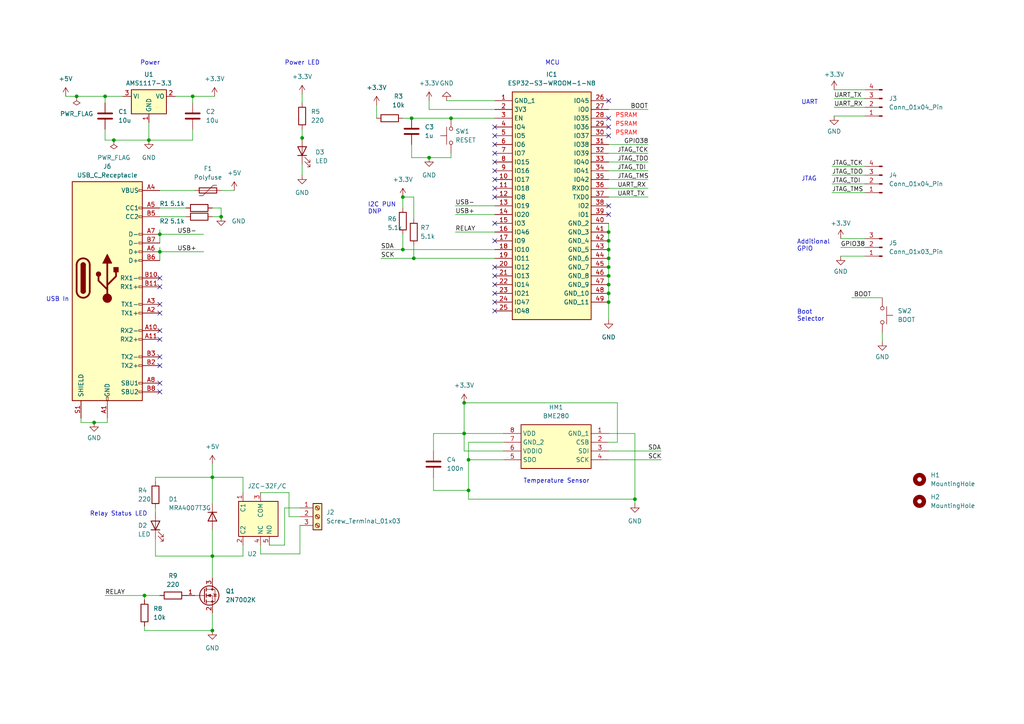
<source format=kicad_sch>
(kicad_sch (version 20230121) (generator eeschema)
  (paper "A4")
  (title_block (title "Clima Termostato") (date "2023-10-22") (rev "0") (company "Edoardo Fullin"))
  (lib_symbols
    (symbol "BME280:BME280"
      (property "Reference" "HM" (at 26.67 7.62 0))
      (property "Value" "BME280" (at 26.67 5.08 0))
      (symbol "BME280_1_1"
        (rectangle (start 5.08 2.54) (end 25.4 -10.16) (stroke (width 0.254)) (fill (type background)))
        (pin power_in line (at 30.48 0 180) (length 5.08) (name "GND_1") (number "1"))
        (pin input line (at 30.48 -2.54 180) (length 5.08) (name "CSB") (number "2"))
        (pin passive line (at 30.48 -5.08 180) (length 5.08) (name "SDI") (number "3"))
        (pin passive line (at 30.48 -7.62 180) (length 5.08) (name "SCK") (number "4"))
        (pin passive line (at 0 -7.62 0) (length 5.08) (name "SDO") (number "5"))
        (pin power_in line (at 0 -5.08 0) (length 5.08) (name "VDDIO") (number "6"))
        (pin power_in line (at 0 -2.54 0) (length 5.08) (name "GND_2") (number "7"))
        (pin power_in line (at 0 0 0) (length 5.08) (name "VDD") (number "8"))
      )
    )
    (symbol "Connector:Conn_01x03_Pin" (pin_names (offset 1.016) hide)
      (property "Reference" "J" (at 0 5.08 0))
      (property "Value" "Conn_01x03_Pin" (at 0 -5.08 0))
      (symbol "Conn_01x03_Pin_1_1"
        (polyline (pts (xy 1.27 -2.54) (xy 0.8636 -2.54)) (stroke (width 0.1524)))
        (polyline (pts (xy 1.27 0) (xy 0.8636 0)) (stroke (width 0.1524)))
        (polyline (pts (xy 1.27 2.54) (xy 0.8636 2.54)) (stroke (width 0.1524)))
        (rectangle (start 0.8636 -2.413) (end 0 -2.667) (stroke (width 0.1524)) (fill (type outline)))
        (rectangle (start 0.8636 0.127) (end 0 -0.127) (stroke (width 0.1524)) (fill (type outline)))
        (rectangle (start 0.8636 2.667) (end 0 2.413) (stroke (width 0.1524)) (fill (type outline)))
        (pin passive line (at 5.08 2.54 180) (length 3.81) (name "Pin_1") (number "1"))
        (pin passive line (at 5.08 0 180) (length 3.81) (name "Pin_2") (number "2"))
        (pin passive line (at 5.08 -2.54 180) (length 3.81) (name "Pin_3") (number "3"))
      )
    )
    (symbol "Connector:Conn_01x04_Pin" (pin_names (offset 1.016) hide)
      (property "Reference" "J" (at 0 5.08 0))
      (property "Value" "Conn_01x04_Pin" (at 0 -7.62 0))
      (symbol "Conn_01x04_Pin_1_1"
        (polyline (pts (xy 1.27 -5.08) (xy 0.8636 -5.08)) (stroke (width 0.1524)))
        (polyline (pts (xy 1.27 -2.54) (xy 0.8636 -2.54)) (stroke (width 0.1524)))
        (polyline (pts (xy 1.27 0) (xy 0.8636 0)) (stroke (width 0.1524)))
        (polyline (pts (xy 1.27 2.54) (xy 0.8636 2.54)) (stroke (width 0.1524)))
        (rectangle (start 0.8636 -4.953) (end 0 -5.207) (stroke (width 0.1524)) (fill (type outline)))
        (rectangle (start 0.8636 -2.413) (end 0 -2.667) (stroke (width 0.1524)) (fill (type outline)))
        (rectangle (start 0.8636 0.127) (end 0 -0.127) (stroke (width 0.1524)) (fill (type outline)))
        (rectangle (start 0.8636 2.667) (end 0 2.413) (stroke (width 0.1524)) (fill (type outline)))
        (pin passive line (at 5.08 2.54 180) (length 3.81) (name "Pin_1") (number "1"))
        (pin passive line (at 5.08 0 180) (length 3.81) (name "Pin_2") (number "2"))
        (pin passive line (at 5.08 -2.54 180) (length 3.81) (name "Pin_3") (number "3"))
        (pin passive line (at 5.08 -5.08 180) (length 3.81) (name "Pin_4") (number "4"))
      )
    )
    (symbol "Connector:Screw_Terminal_01x03" (pin_names (offset 1.016) hide)
      (property "Reference" "J" (at 0 5.08 0))
      (property "Value" "Screw_Terminal_01x03" (at 0 -5.08 0))
      (symbol "Screw_Terminal_01x03_1_1"
        (rectangle (start -1.27 3.81) (end 1.27 -3.81) (stroke (width 0.254)) (fill (type background)))
        (circle (center 0 -2.54) (radius 0.635) (stroke (width 0.1524)))
        (polyline (pts (xy -0.5334 -2.2098) (xy 0.3302 -3.048)) (stroke (width 0.1524)))
        (polyline (pts (xy -0.5334 0.3302) (xy 0.3302 -0.508)) (stroke (width 0.1524)))
        (polyline (pts (xy -0.5334 2.8702) (xy 0.3302 2.032)) (stroke (width 0.1524)))
        (polyline (pts (xy -0.3556 -2.032) (xy 0.508 -2.8702)) (stroke (width 0.1524)))
        (polyline (pts (xy -0.3556 0.508) (xy 0.508 -0.3302)) (stroke (width 0.1524)))
        (polyline (pts (xy -0.3556 3.048) (xy 0.508 2.2098)) (stroke (width 0.1524)))
        (circle (center 0 0) (radius 0.635) (stroke (width 0.1524)))
        (circle (center 0 2.54) (radius 0.635) (stroke (width 0.1524)))
        (pin passive line (at -5.08 2.54 0) (length 3.81) (name "Pin_1") (number "1"))
        (pin passive line (at -5.08 0 0) (length 3.81) (name "Pin_2") (number "2"))
        (pin passive line (at -5.08 -2.54 0) (length 3.81) (name "Pin_3") (number "3"))
      )
    )
    (symbol "Connector:USB_C_Receptacle" (pin_names (offset 1.016))
      (property "Reference" "J" (at -10.16 29.21 0))
      (property "Value" "USB_C_Receptacle" (at 10.16 29.21 0))
      (symbol "USB_C_Receptacle_0_0"
        (rectangle (start -0.254 -35.56) (end 0.254 -34.544))
        (rectangle (start 10.16 -32.766) (end 9.144 -33.274))
        (rectangle (start 10.16 -30.226) (end 9.144 -30.734))
        (rectangle (start 10.16 -25.146) (end 9.144 -25.654))
        (rectangle (start 10.16 -22.606) (end 9.144 -23.114))
        (rectangle (start 10.16 -17.526) (end 9.144 -18.034))
        (rectangle (start 10.16 -14.986) (end 9.144 -15.494))
        (rectangle (start 10.16 -9.906) (end 9.144 -10.414))
        (rectangle (start 10.16 -7.366) (end 9.144 -7.874))
        (rectangle (start 10.16 -2.286) (end 9.144 -2.794))
        (rectangle (start 10.16 0.254) (end 9.144 -0.254))
        (rectangle (start 10.16 5.334) (end 9.144 4.826))
        (rectangle (start 10.16 7.874) (end 9.144 7.366))
        (rectangle (start 10.16 10.414) (end 9.144 9.906))
        (rectangle (start 10.16 12.954) (end 9.144 12.446))
        (rectangle (start 10.16 18.034) (end 9.144 17.526))
        (rectangle (start 10.16 20.574) (end 9.144 20.066))
        (rectangle (start 10.16 25.654) (end 9.144 25.146))
      )
      (symbol "USB_C_Receptacle_0_1"
        (rectangle (start -10.16 27.94) (end 10.16 -35.56) (stroke (width 0.254)) (fill (type background)))
        (arc (start -8.89 -3.81) (mid -6.985 -5.7067) (end -5.08 -3.81) (stroke (width 0.508)))
        (arc (start -7.62 -3.81) (mid -6.985 -4.4423) (end -6.35 -3.81) (stroke (width 0.254)))
        (arc (start -7.62 -3.81) (mid -6.985 -4.4423) (end -6.35 -3.81) (stroke (width 0.254)) (fill (type outline)))
        (rectangle (start -7.62 -3.81) (end -6.35 3.81) (stroke (width 0.254)) (fill (type outline)))
        (arc (start -6.35 3.81) (mid -6.985 4.4423) (end -7.62 3.81) (stroke (width 0.254)))
        (arc (start -6.35 3.81) (mid -6.985 4.4423) (end -7.62 3.81) (stroke (width 0.254)) (fill (type outline)))
        (arc (start -5.08 3.81) (mid -6.985 5.7067) (end -8.89 3.81) (stroke (width 0.508)))
        (polyline (pts (xy -8.89 -3.81) (xy -8.89 3.81)) (stroke (width 0.508)))
        (polyline (pts (xy -5.08 3.81) (xy -5.08 -3.81)) (stroke (width 0.508)))
      )
      (symbol "USB_C_Receptacle_1_1"
        (circle (center -2.54 1.143) (radius 0.635) (stroke (width 0.254)) (fill (type outline)))
        (circle (center 0 -5.842) (radius 1.27) (fill (type outline)))
        (polyline (pts (xy 0 -5.842) (xy 0 4.318)) (stroke (width 0.508)))
        (polyline (pts (xy 0 -3.302) (xy -2.54 -0.762) (xy -2.54 0.508)) (stroke (width 0.508)))
        (polyline (pts (xy 0 -2.032) (xy 2.54 0.508) (xy 2.54 1.778)) (stroke (width 0.508)))
        (polyline (pts (xy -1.27 4.318) (xy 0 6.858) (xy 1.27 4.318) (xy -1.27 4.318)) (stroke (width 0.254)) (fill (type outline)))
        (rectangle (start 1.905 1.778) (end 3.175 3.048) (stroke (width 0.254)) (fill (type outline)))
        (pin passive line (at 0 -40.64 90) (length 5.08) (name "GND") (number "A1"))
        (pin bidirectional line (at 15.24 -15.24 180) (length 5.08) (name "RX2-") (number "A10"))
        (pin bidirectional line (at 15.24 -17.78 180) (length 5.08) (name "RX2+") (number "A11"))
        (pin passive line (at 0 -40.64 90) (length 5.08) hide (name "GND") (number "A12"))
        (pin bidirectional line (at 15.24 -10.16 180) (length 5.08) (name "TX1+") (number "A2"))
        (pin bidirectional line (at 15.24 -7.62 180) (length 5.08) (name "TX1-") (number "A3"))
        (pin passive line (at 15.24 25.4 180) (length 5.08) (name "VBUS") (number "A4"))
        (pin bidirectional line (at 15.24 20.32 180) (length 5.08) (name "CC1") (number "A5"))
        (pin bidirectional line (at 15.24 7.62 180) (length 5.08) (name "D+") (number "A6"))
        (pin bidirectional line (at 15.24 12.7 180) (length 5.08) (name "D-") (number "A7"))
        (pin bidirectional line (at 15.24 -30.48 180) (length 5.08) (name "SBU1") (number "A8"))
        (pin passive line (at 15.24 25.4 180) (length 5.08) hide (name "VBUS") (number "A9"))
        (pin passive line (at 0 -40.64 90) (length 5.08) hide (name "GND") (number "B1"))
        (pin bidirectional line (at 15.24 0 180) (length 5.08) (name "RX1-") (number "B10"))
        (pin bidirectional line (at 15.24 -2.54 180) (length 5.08) (name "RX1+") (number "B11"))
        (pin passive line (at 0 -40.64 90) (length 5.08) hide (name "GND") (number "B12"))
        (pin bidirectional line (at 15.24 -25.4 180) (length 5.08) (name "TX2+") (number "B2"))
        (pin bidirectional line (at 15.24 -22.86 180) (length 5.08) (name "TX2-") (number "B3"))
        (pin passive line (at 15.24 25.4 180) (length 5.08) hide (name "VBUS") (number "B4"))
        (pin bidirectional line (at 15.24 17.78 180) (length 5.08) (name "CC2") (number "B5"))
        (pin bidirectional line (at 15.24 5.08 180) (length 5.08) (name "D+") (number "B6"))
        (pin bidirectional line (at 15.24 10.16 180) (length 5.08) (name "D-") (number "B7"))
        (pin bidirectional line (at 15.24 -33.02 180) (length 5.08) (name "SBU2") (number "B8"))
        (pin passive line (at 15.24 25.4 180) (length 5.08) hide (name "VBUS") (number "B9"))
        (pin passive line (at -7.62 -40.64 90) (length 5.08) (name "SHIELD") (number "S1"))
      )
    )
    (symbol "Device:C" (pin_numbers hide) (pin_names (offset 0.254))
      (property "Reference" "C" (at 0.635 2.54 0))
      (property "Value" "C" (at 0.635 -2.54 0))
      (symbol "C_0_1"
        (polyline (pts (xy -2.032 -0.762) (xy 2.032 -0.762)) (stroke (width 0.508)))
        (polyline (pts (xy -2.032 0.762) (xy 2.032 0.762)) (stroke (width 0.508)))
      )
      (symbol "C_1_1"
        (pin passive line (at 0 3.81 270) (length 2.794) (name "~") (number "1"))
        (pin passive line (at 0 -3.81 90) (length 2.794) (name "~") (number "2"))
      )
    )
    (symbol "Device:LED" (pin_numbers hide) (pin_names (offset 1.016) hide)
      (property "Reference" "D" (at 0 2.54 0))
      (property "Value" "LED" (at 0 -2.54 0))
      (symbol "LED_0_1"
        (polyline (pts (xy -1.27 -1.27) (xy -1.27 1.27)) (stroke (width 0.254)))
        (polyline (pts (xy -1.27 0) (xy 1.27 0)))
        (polyline (pts (xy 1.27 -1.27) (xy 1.27 1.27) (xy -1.27 0) (xy 1.27 -1.27)) (stroke (width 0.254)))
        (polyline (pts (xy -3.048 -0.762) (xy -4.572 -2.286) (xy -3.81 -2.286) (xy -4.572 -2.286) (xy -4.572 -1.524)))
        (polyline (pts (xy -1.778 -0.762) (xy -3.302 -2.286) (xy -2.54 -2.286) (xy -3.302 -2.286) (xy -3.302 -1.524)))
      )
      (symbol "LED_1_1"
        (pin passive line (at -3.81 0 0) (length 2.54) (name "K") (number "1"))
        (pin passive line (at 3.81 0 180) (length 2.54) (name "A") (number "2"))
      )
    )
    (symbol "Device:Polyfuse" (pin_numbers hide) (pin_names (offset 0))
      (property "Reference" "F" (at -2.54 0 90))
      (property "Value" "Polyfuse" (at 2.54 0 90))
      (symbol "Polyfuse_0_1"
        (rectangle (start -0.762 2.54) (end 0.762 -2.54) (stroke (width 0.254)))
        (polyline (pts (xy 0 2.54) (xy 0 -2.54)))
        (polyline (pts (xy -1.524 2.54) (xy -1.524 1.524) (xy 1.524 -1.524) (xy 1.524 -2.54)))
      )
      (symbol "Polyfuse_1_1"
        (pin passive line (at 0 3.81 270) (length 1.27) (name "~") (number "1"))
        (pin passive line (at 0 -3.81 90) (length 1.27) (name "~") (number "2"))
      )
    )
    (symbol "Device:R" (pin_numbers hide) (pin_names (offset 0))
      (property "Reference" "R" (at 2.032 0 90))
      (property "Value" "R" (at 0 0 90))
      (symbol "R_0_1"
        (rectangle (start -1.016 -2.54) (end 1.016 2.54) (stroke (width 0.254)))
      )
      (symbol "R_1_1"
        (pin passive line (at 0 3.81 270) (length 1.27) (name "~") (number "1"))
        (pin passive line (at 0 -3.81 90) (length 1.27) (name "~") (number "2"))
      )
    )
    (symbol "Diode:MRA4007T3G" (pin_numbers hide) (pin_names hide)
      (property "Reference" "D" (at 0 2.54 0))
      (property "Value" "MRA4007T3G" (at 0 -2.54 0))
      (symbol "MRA4007T3G_0_1"
        (polyline (pts (xy -1.27 1.27) (xy -1.27 -1.27)) (stroke (width 0.254)))
        (polyline (pts (xy 1.27 0) (xy -1.27 0)))
        (polyline (pts (xy 1.27 1.27) (xy 1.27 -1.27) (xy -1.27 0) (xy 1.27 1.27)) (stroke (width 0.254)))
      )
      (symbol "MRA4007T3G_1_1"
        (pin passive line (at -3.81 0 0) (length 2.54) (name "K") (number "1"))
        (pin passive line (at 3.81 0 180) (length 2.54) (name "A") (number "2"))
      )
    )
    (symbol "ESP32-S3-WROOM-1-N8R8:ESP32-S3-WROOM-1-N8R8"
      (property "Reference" "IC" (at 29.21 7.62 0))
      (property "Value" "ESP32-S3-WROOM-1-N8R8" (at 29.21 5.08 0))
      (symbol "ESP32-S3-WROOM-1-N8R8_1_1"
        (rectangle (start 5.08 2.54) (end 27.94 -63.5) (stroke (width 0.254)) (fill (type background)))
        (pin passive line (at 0 0 0) (length 5.08) (name "GND_1") (number "1"))
        (pin passive line (at 0 -22.86 0) (length 5.08) (name "IO17") (number "10"))
        (pin passive line (at 0 -25.4 0) (length 5.08) (name "IO18") (number "11"))
        (pin passive line (at 0 -27.94 0) (length 5.08) (name "IO8") (number "12"))
        (pin passive line (at 0 -30.48 0) (length 5.08) (name "IO19") (number "13"))
        (pin passive line (at 0 -33.02 0) (length 5.08) (name "IO20") (number "14"))
        (pin passive line (at 0 -35.56 0) (length 5.08) (name "IO3") (number "15"))
        (pin passive line (at 0 -38.1 0) (length 5.08) (name "IO46") (number "16"))
        (pin passive line (at 0 -40.64 0) (length 5.08) (name "IO9") (number "17"))
        (pin passive line (at 0 -43.18 0) (length 5.08) (name "IO10") (number "18"))
        (pin passive line (at 0 -45.72 0) (length 5.08) (name "IO11") (number "19"))
        (pin passive line (at 0 -2.54 0) (length 5.08) (name "3V3") (number "2"))
        (pin passive line (at 0 -48.26 0) (length 5.08) (name "IO12") (number "20"))
        (pin passive line (at 0 -50.8 0) (length 5.08) (name "IO13") (number "21"))
        (pin passive line (at 0 -53.34 0) (length 5.08) (name "IO14") (number "22"))
        (pin passive line (at 0 -55.88 0) (length 5.08) (name "IO21") (number "23"))
        (pin passive line (at 0 -58.42 0) (length 5.08) (name "IO47") (number "24"))
        (pin passive line (at 0 -60.96 0) (length 5.08) (name "IO48") (number "25"))
        (pin passive line (at 33.02 0 180) (length 5.08) (name "IO45") (number "26"))
        (pin passive line (at 33.02 -2.54 180) (length 5.08) (name "IO0") (number "27"))
        (pin passive line (at 33.02 -5.08 180) (length 5.08) (name "IO35") (number "28"))
        (pin passive line (at 33.02 -7.62 180) (length 5.08) (name "IO36") (number "29"))
        (pin passive line (at 0 -5.08 0) (length 5.08) (name "EN") (number "3"))
        (pin passive line (at 33.02 -10.16 180) (length 5.08) (name "IO37") (number "30"))
        (pin passive line (at 33.02 -12.7 180) (length 5.08) (name "IO38") (number "31"))
        (pin passive line (at 33.02 -15.24 180) (length 5.08) (name "IO39") (number "32"))
        (pin passive line (at 33.02 -17.78 180) (length 5.08) (name "IO40") (number "33"))
        (pin passive line (at 33.02 -20.32 180) (length 5.08) (name "IO41") (number "34"))
        (pin passive line (at 33.02 -22.86 180) (length 5.08) (name "IO42") (number "35"))
        (pin passive line (at 33.02 -25.4 180) (length 5.08) (name "RXD0") (number "36"))
        (pin passive line (at 33.02 -27.94 180) (length 5.08) (name "TXD0") (number "37"))
        (pin passive line (at 33.02 -30.48 180) (length 5.08) (name "IO2") (number "38"))
        (pin passive line (at 33.02 -33.02 180) (length 5.08) (name "IO1") (number "39"))
        (pin passive line (at 0 -7.62 0) (length 5.08) (name "IO4") (number "4"))
        (pin passive line (at 33.02 -35.56 180) (length 5.08) (name "GND_2") (number "40"))
        (pin passive line (at 33.02 -38.1 180) (length 5.08) (name "GND_3") (number "41"))
        (pin passive line (at 33.02 -40.64 180) (length 5.08) (name "GND_4") (number "42"))
        (pin passive line (at 33.02 -43.18 180) (length 5.08) (name "GND_5") (number "43"))
        (pin passive line (at 33.02 -45.72 180) (length 5.08) (name "GND_6") (number "44"))
        (pin passive line (at 33.02 -48.26 180) (length 5.08) (name "GND_7") (number "45"))
        (pin passive line (at 33.02 -50.8 180) (length 5.08) (name "GND_8") (number "46"))
        (pin passive line (at 33.02 -53.34 180) (length 5.08) (name "GND_9") (number "47"))
        (pin passive line (at 33.02 -55.88 180) (length 5.08) (name "GND_10") (number "48"))
        (pin passive line (at 33.02 -58.42 180) (length 5.08) (name "GND_11") (number "49"))
        (pin passive line (at 0 -10.16 0) (length 5.08) (name "IO5") (number "5"))
        (pin passive line (at 0 -12.7 0) (length 5.08) (name "IO6") (number "6"))
        (pin passive line (at 0 -15.24 0) (length 5.08) (name "IO7") (number "7"))
        (pin passive line (at 0 -17.78 0) (length 5.08) (name "IO15") (number "8"))
        (pin passive line (at 0 -20.32 0) (length 5.08) (name "IO16") (number "9"))
      )
    )
    (symbol "JZC-32F:JZC-32F/C"
      (property "Reference" "U" (at 5.08 19.05 0))
      (property "Value" "JZC-32F/C" (at 5.08 16.51 0))
      (symbol "JZC-32F/C_1_1"
        (rectangle (start 2.54 3.81) (end 13.97 -6.35) (stroke (width 0.254)) (fill (type background)))
        (pin passive line (at 3.81 6.35 270) (length 2.54) (name "C1") (number "1"))
        (pin passive line (at 3.81 -8.89 90) (length 2.54) (name "C2") (number "2"))
        (pin passive line (at 8.89 6.35 270) (length 2.54) (name "COM") (number "3"))
        (pin passive line (at 8.89 -8.89 90) (length 2.54) (name "NC") (number "4"))
        (pin passive line (at 11.43 -8.89 90) (length 2.54) (name "NO") (number "5"))
      )
    )
    (symbol "Mechanical:MountingHole" (pin_names (offset 1.016))
      (property "Reference" "H" (at 0 5.08 0))
      (property "Value" "MountingHole" (at 0 3.175 0))
      (symbol "MountingHole_0_1"
        (circle (center 0 0) (radius 1.27) (stroke (width 1.27)))
      )
    )
    (symbol "Regulator_Linear:AMS1117-3.3"
      (property "Reference" "U" (at -3.81 3.175 0))
      (property "Value" "AMS1117-3.3" (at 0 3.175 0))
      (symbol "AMS1117-3.3_0_1"
        (rectangle (start -5.08 -5.08) (end 5.08 1.905) (stroke (width 0.254)) (fill (type background)))
      )
      (symbol "AMS1117-3.3_1_1"
        (pin power_in line (at 0 -7.62 90) (length 2.54) (name "GND") (number "1"))
        (pin power_out line (at 7.62 0 180) (length 2.54) (name "VO") (number "2"))
        (pin power_in line (at -7.62 0 0) (length 2.54) (name "VI") (number "3"))
      )
    )
    (symbol "Switch:SW_Push" (pin_numbers hide) (pin_names (offset 1.016) hide)
      (property "Reference" "SW" (at 1.27 2.54 0))
      (property "Value" "SW_Push" (at 0 -1.524 0))
      (symbol "SW_Push_0_1"
        (circle (center -2.032 0) (radius 0.508))
        (polyline (pts (xy 0 1.27) (xy 0 3.048)))
        (polyline (pts (xy 2.54 1.27) (xy -2.54 1.27)))
        (circle (center 2.032 0) (radius 0.508))
        (pin passive line (at -5.08 0 0) (length 2.54) (name "1") (number "1"))
        (pin passive line (at 5.08 0 180) (length 2.54) (name "2") (number "2"))
      )
    )
    (symbol "Transistor_FET:2N7002K" (pin_names hide)
      (property "Reference" "Q" (at 5.08 1.905 0))
      (property "Value" "2N7002K" (at 5.08 0 0))
      (symbol "2N7002K_0_1"
        (polyline (pts (xy 0.254 0) (xy -2.54 0)))
        (polyline (pts (xy 0.254 1.905) (xy 0.254 -1.905)) (stroke (width 0.254)))
        (polyline (pts (xy 0.762 -1.27) (xy 0.762 -2.286)) (stroke (width 0.254)))
        (polyline (pts (xy 0.762 0.508) (xy 0.762 -0.508)) (stroke (width 0.254)))
        (polyline (pts (xy 0.762 2.286) (xy 0.762 1.27)) (stroke (width 0.254)))
        (polyline (pts (xy 2.54 2.54) (xy 2.54 1.778)))
        (polyline (pts (xy 2.54 -2.54) (xy 2.54 0) (xy 0.762 0)))
        (polyline (pts (xy 0.762 -1.778) (xy 3.302 -1.778) (xy 3.302 1.778) (xy 0.762 1.778)))
        (polyline (pts (xy 1.016 0) (xy 2.032 0.381) (xy 2.032 -0.381) (xy 1.016 0)) (fill (type outline)))
        (polyline (pts (xy 2.794 0.508) (xy 2.921 0.381) (xy 3.683 0.381) (xy 3.81 0.254)))
        (polyline (pts (xy 3.302 0.381) (xy 2.921 -0.254) (xy 3.683 -0.254) (xy 3.302 0.381)))
        (circle (center 1.651 0) (radius 2.794) (stroke (width 0.254)))
        (circle (center 2.54 -1.778) (radius 0.254) (fill (type outline)))
        (circle (center 2.54 1.778) (radius 0.254) (fill (type outline)))
      )
      (symbol "2N7002K_1_1"
        (pin input line (at -5.08 0 0) (length 2.54) (name "G") (number "1"))
        (pin passive line (at 2.54 -5.08 90) (length 2.54) (name "S") (number "2"))
        (pin passive line (at 2.54 5.08 270) (length 2.54) (name "D") (number "3"))
      )
    )
    (symbol "power:+3.3V" (power) (pin_names (offset 0))
      (property "Value" "+3.3V" (at 0 3.556 0))
      (symbol "+3.3V_0_1"
        (polyline (pts (xy -0.762 1.27) (xy 0 2.54)))
        (polyline (pts (xy 0 0) (xy 0 2.54)))
        (polyline (pts (xy 0 2.54) (xy 0.762 1.27)))
      )
      (symbol "+3.3V_1_1"
        (pin power_in line (at 0 0 90) (length 0) hide (name "+3.3V") (number "1"))
      )
    )
    (symbol "power:+5V" (power) (pin_names (offset 0))
      (property "Value" "+5V" (at 0 3.556 0))
      (symbol "+5V_0_1"
        (polyline (pts (xy -0.762 1.27) (xy 0 2.54)))
        (polyline (pts (xy 0 0) (xy 0 2.54)))
        (polyline (pts (xy 0 2.54) (xy 0.762 1.27)))
      )
      (symbol "+5V_1_1"
        (pin power_in line (at 0 0 90) (length 0) hide (name "+5V") (number "1"))
      )
    )
    (symbol "power:GND" (power) (pin_names (offset 0))
      (property "Value" "GND" (at 0 -3.81 0))
      (symbol "GND_0_1"
        (polyline (pts (xy 0 0) (xy 0 -1.27) (xy 1.27 -1.27) (xy 0 -2.54) (xy -1.27 -1.27) (xy 0 -1.27)))
      )
      (symbol "GND_1_1"
        (pin power_in line (at 0 0 270) (length 0) hide (name "GND") (number "1"))
      )
    )
    (symbol "power:PWR_FLAG" (power) (pin_numbers hide) (pin_names (offset 0) hide)
      (property "Value" "PWR_FLAG" (at 0 3.81 0))
      (symbol "PWR_FLAG_0_0"
        (pin power_out line (at 0 0 90) (length 0) (name "pwr") (number "1"))
      )
      (symbol "PWR_FLAG_0_1"
        (polyline (pts (xy 0 0) (xy 0 1.27) (xy -1.016 1.905) (xy 0 2.54) (xy 1.016 1.905) (xy 0 1.27)))
      )
    )
  )
  (junction (at 135.89 133.35))
  (junction (at 33.02 40.64))
  (junction (at 176.53 80.01))
  (junction (at 27.305 122.555))
  (junction (at 134.62 116.84))
  (junction (at 176.53 82.55))
  (junction (at 135.89 142.24))
  (junction (at 134.62 125.73))
  (junction (at 130.81 34.29))
  (junction (at 87.63 40.005))
  (junction (at 176.53 67.31))
  (junction (at 176.53 77.47))
  (junction (at 120.015 74.93))
  (junction (at 116.84 57.15))
  (junction (at 61.595 161.29))
  (junction (at 64.135 62.865))
  (junction (at 176.53 72.39))
  (junction (at 46.355 73.025))
  (junction (at 61.595 138.43))
  (junction (at 176.53 87.63))
  (junction (at 30.48 27.94))
  (junction (at 22.225 27.94))
  (junction (at 176.53 69.85))
  (junction (at 119.38 34.29))
  (junction (at 43.18 40.64))
  (junction (at 46.355 67.945))
  (junction (at 41.91 172.72))
  (junction (at 124.46 45.72))
  (junction (at 55.88 27.94))
  (junction (at 184.15 144.78))
  (junction (at 176.53 85.09))
  (junction (at 116.84 72.39))
  (junction (at 176.53 74.93))
  (junction (at 61.595 182.88))
  (no_connect (at 143.51 41.91))
  (no_connect (at 143.51 82.55))
  (no_connect (at 143.51 39.37))
  (no_connect (at 143.51 87.63))
  (no_connect (at 46.355 95.885))
  (no_connect (at 143.51 77.47))
  (no_connect (at 46.355 90.805))
  (no_connect (at 176.53 39.37))
  (no_connect (at 46.355 88.265))
  (no_connect (at 143.51 44.45))
  (no_connect (at 46.355 80.645))
  (no_connect (at 143.51 85.09))
  (no_connect (at 46.355 103.505))
  (no_connect (at 143.51 64.77))
  (no_connect (at 46.355 111.125))
  (no_connect (at 143.51 46.99))
  (no_connect (at 143.51 90.17))
  (no_connect (at 46.355 113.665))
  (no_connect (at 176.53 29.21))
  (no_connect (at 176.53 34.29))
  (no_connect (at 176.53 62.23))
  (no_connect (at 46.355 98.425))
  (no_connect (at 46.355 106.045))
  (no_connect (at 143.51 80.01))
  (no_connect (at 176.53 59.69))
  (no_connect (at 143.51 49.53))
  (no_connect (at 143.51 54.61))
  (no_connect (at 143.51 69.85))
  (no_connect (at 143.51 52.07))
  (no_connect (at 143.51 36.83))
  (no_connect (at 46.355 83.185))
  (no_connect (at 143.51 57.15))
  (no_connect (at 176.53 36.83))
  (wire (pts (xy 22.225 27.94) (xy 30.48 27.94)))
  (wire (pts (xy 61.595 177.8) (xy 61.595 182.88)))
  (wire (pts (xy 129.54 29.21) (xy 143.51 29.21)))
  (wire (pts (xy 110.49 74.93) (xy 120.015 74.93)))
  (wire (pts (xy 120.015 74.93) (xy 143.51 74.93)))
  (wire (pts (xy 64.135 55.245) (xy 67.945 55.245)))
  (wire (pts (xy 132.08 62.23) (xy 143.51 62.23)))
  (wire (pts (xy 130.81 34.29) (xy 143.51 34.29)))
  (wire (pts (xy 19.05 27.94) (xy 22.225 27.94)))
  (wire (pts (xy 41.91 172.72) (xy 46.355 172.72)))
  (wire (pts (xy 41.91 172.72) (xy 41.91 173.99)))
  (wire (pts (xy 243.84 69.215) (xy 250.825 69.215)))
  (wire (pts (xy 55.88 29.845) (xy 55.88 27.94)))
  (wire (pts (xy 86.995 152.4) (xy 86.995 160.655)))
  (wire (pts (xy 176.53 64.77) (xy 176.53 67.31)))
  (wire (pts (xy 30.48 27.94) (xy 30.48 29.845)))
  (wire (pts (xy 45.085 139.7) (xy 45.085 138.43)))
  (wire (pts (xy 46.355 62.865) (xy 53.975 62.865)))
  (wire (pts (xy 46.355 71.755) (xy 46.355 73.025)))
  (wire (pts (xy 241.3 53.34) (xy 250.825 53.34)))
  (wire (pts (xy 176.53 69.85) (xy 176.53 72.39)))
  (wire (pts (xy 87.63 27.305) (xy 87.63 29.845)))
  (wire (pts (xy 241.3 50.8) (xy 250.825 50.8)))
  (wire (pts (xy 120.015 71.12) (xy 120.015 74.93)))
  (wire (pts (xy 176.53 46.99) (xy 187.96 46.99)))
  (wire (pts (xy 116.84 67.945) (xy 116.84 72.39)))
  (wire (pts (xy 247.015 86.36) (xy 255.905 86.36)))
  (wire (pts (xy 82.55 158.115) (xy 82.55 147.32)))
  (wire (pts (xy 241.935 33.655) (xy 250.825 33.655)))
  (wire (pts (xy 176.53 52.07) (xy 187.96 52.07)))
  (wire (pts (xy 120.015 63.5) (xy 120.015 57.15)))
  (wire (pts (xy 82.55 147.32) (xy 86.995 147.32)))
  (wire (pts (xy 135.89 128.27) (xy 135.89 133.35)))
  (wire (pts (xy 41.91 182.88) (xy 41.91 181.61)))
  (wire (pts (xy 179.07 116.84) (xy 134.62 116.84)))
  (wire (pts (xy 110.49 72.39) (xy 116.84 72.39)))
  (wire (pts (xy 132.08 59.69) (xy 143.51 59.69)))
  (wire (pts (xy 61.595 161.29) (xy 70.485 161.29)))
  (wire (pts (xy 241.935 26.035) (xy 250.825 26.035)))
  (wire (pts (xy 135.89 133.35) (xy 135.89 142.24)))
  (wire (pts (xy 146.05 130.81) (xy 134.62 130.81)))
  (wire (pts (xy 119.38 41.91) (xy 119.38 45.72)))
  (wire (pts (xy 87.63 47.625) (xy 87.63 50.8)))
  (wire (pts (xy 176.53 77.47) (xy 176.53 80.01)))
  (wire (pts (xy 176.53 87.63) (xy 176.53 92.71)))
  (wire (pts (xy 46.355 73.025) (xy 59.055 73.025)))
  (wire (pts (xy 176.53 57.15) (xy 187.96 57.15)))
  (wire (pts (xy 23.495 121.285) (xy 23.495 122.555)))
  (wire (pts (xy 61.595 138.43) (xy 61.595 146.05)))
  (wire (pts (xy 176.53 31.75) (xy 187.96 31.75)))
  (wire (pts (xy 116.84 72.39) (xy 143.51 72.39)))
  (wire (pts (xy 61.595 62.865) (xy 64.135 62.865)))
  (wire (pts (xy 70.485 138.43) (xy 61.595 138.43)))
  (wire (pts (xy 116.84 57.15) (xy 116.84 60.325)))
  (wire (pts (xy 120.015 57.15) (xy 116.84 57.15)))
  (wire (pts (xy 143.51 31.75) (xy 124.46 31.75)))
  (wire (pts (xy 119.38 45.72) (xy 124.46 45.72)))
  (wire (pts (xy 43.18 35.56) (xy 43.18 40.64)))
  (wire (pts (xy 176.53 74.93) (xy 176.53 77.47)))
  (wire (pts (xy 46.355 67.945) (xy 59.055 67.945)))
  (wire (pts (xy 50.8 27.94) (xy 55.88 27.94)))
  (wire (pts (xy 86.995 149.86) (xy 83.82 149.86)))
  (wire (pts (xy 31.115 122.555) (xy 31.115 121.285)))
  (wire (pts (xy 124.46 45.72) (xy 130.81 45.72)))
  (wire (pts (xy 83.82 149.86) (xy 83.82 142.875)))
  (wire (pts (xy 46.355 60.325) (xy 53.975 60.325)))
  (wire (pts (xy 70.485 158.115) (xy 70.485 161.29)))
  (wire (pts (xy 135.89 133.35) (xy 146.05 133.35)))
  (wire (pts (xy 46.355 67.945) (xy 46.355 70.485)))
  (wire (pts (xy 45.085 161.29) (xy 61.595 161.29)))
  (wire (pts (xy 86.995 160.655) (xy 75.565 160.655)))
  (wire (pts (xy 30.48 172.72) (xy 41.91 172.72)))
  (wire (pts (xy 176.53 82.55) (xy 176.53 85.09)))
  (wire (pts (xy 134.62 130.81) (xy 134.62 125.73)))
  (wire (pts (xy 179.07 116.84) (xy 179.07 128.27)))
  (wire (pts (xy 75.565 160.655) (xy 75.565 158.115)))
  (wire (pts (xy 243.84 74.295) (xy 250.825 74.295)))
  (wire (pts (xy 55.88 37.465) (xy 55.88 40.64)))
  (wire (pts (xy 176.53 133.35) (xy 191.77 133.35)))
  (wire (pts (xy 70.485 142.875) (xy 70.485 138.43)))
  (wire (pts (xy 135.89 142.24) (xy 135.89 144.78)))
  (wire (pts (xy 30.48 37.465) (xy 30.48 40.64)))
  (wire (pts (xy 64.135 60.325) (xy 64.135 62.865)))
  (wire (pts (xy 30.48 27.94) (xy 35.56 27.94)))
  (wire (pts (xy 23.495 122.555) (xy 27.305 122.555)))
  (wire (pts (xy 176.53 54.61) (xy 187.96 54.61)))
  (wire (pts (xy 125.73 138.43) (xy 125.73 142.24)))
  (wire (pts (xy 146.05 128.27) (xy 135.89 128.27)))
  (wire (pts (xy 176.53 67.31) (xy 176.53 69.85)))
  (wire (pts (xy 134.62 125.73) (xy 134.62 116.84)))
  (wire (pts (xy 243.84 71.755) (xy 250.825 71.755)))
  (wire (pts (xy 45.085 156.21) (xy 45.085 161.29)))
  (wire (pts (xy 78.105 158.115) (xy 82.55 158.115)))
  (wire (pts (xy 46.355 66.675) (xy 46.355 67.945)))
  (wire (pts (xy 241.935 31.115) (xy 250.825 31.115)))
  (wire (pts (xy 27.305 122.555) (xy 31.115 122.555)))
  (wire (pts (xy 125.73 125.73) (xy 125.73 130.81)))
  (wire (pts (xy 146.05 125.73) (xy 134.62 125.73)))
  (wire (pts (xy 61.595 161.29) (xy 61.595 153.67)))
  (wire (pts (xy 61.595 134.62) (xy 61.595 138.43)))
  (wire (pts (xy 61.595 182.88) (xy 41.91 182.88)))
  (wire (pts (xy 55.88 27.94) (xy 62.23 27.94)))
  (wire (pts (xy 241.3 48.26) (xy 250.825 48.26)))
  (wire (pts (xy 176.53 44.45) (xy 187.96 44.45)))
  (wire (pts (xy 176.53 130.81) (xy 191.77 130.81)))
  (wire (pts (xy 176.53 72.39) (xy 176.53 74.93)))
  (wire (pts (xy 87.63 37.465) (xy 87.63 40.005)))
  (wire (pts (xy 45.085 147.32) (xy 45.085 148.59)))
  (wire (pts (xy 61.595 60.325) (xy 64.135 60.325)))
  (wire (pts (xy 176.53 80.01) (xy 176.53 82.55)))
  (wire (pts (xy 241.3 55.88) (xy 250.825 55.88)))
  (wire (pts (xy 55.88 40.64) (xy 43.18 40.64)))
  (wire (pts (xy 124.46 31.75) (xy 124.46 29.21)))
  (wire (pts (xy 241.935 28.575) (xy 250.825 28.575)))
  (wire (pts (xy 33.02 40.64) (xy 43.18 40.64)))
  (wire (pts (xy 135.89 144.78) (xy 184.15 144.78)))
  (wire (pts (xy 184.15 144.78) (xy 184.15 146.05)))
  (wire (pts (xy 176.53 125.73) (xy 184.15 125.73)))
  (wire (pts (xy 184.15 125.73) (xy 184.15 144.78)))
  (wire (pts (xy 134.62 125.73) (xy 125.73 125.73)))
  (wire (pts (xy 61.595 161.29) (xy 61.595 167.64)))
  (wire (pts (xy 83.82 142.875) (xy 75.565 142.875)))
  (wire (pts (xy 176.53 49.53) (xy 187.96 49.53)))
  (wire (pts (xy 45.085 138.43) (xy 61.595 138.43)))
  (wire (pts (xy 119.38 34.29) (xy 130.81 34.29)))
  (wire (pts (xy 46.355 55.245) (xy 56.515 55.245)))
  (wire (pts (xy 87.63 40.005) (xy 87.63 40.64)))
  (wire (pts (xy 46.355 73.025) (xy 46.355 75.565)))
  (wire (pts (xy 176.53 85.09) (xy 176.53 87.63)))
  (wire (pts (xy 30.48 40.64) (xy 33.02 40.64)))
  (wire (pts (xy 125.73 142.24) (xy 135.89 142.24)))
  (wire (pts (xy 132.08 67.31) (xy 143.51 67.31)))
  (wire (pts (xy 109.22 30.48) (xy 109.22 34.29)))
  (wire (pts (xy 255.905 96.52) (xy 255.905 99.06)))
  (wire (pts (xy 179.07 128.27) (xy 176.53 128.27)))
  (wire (pts (xy 116.84 34.29) (xy 119.38 34.29)))
  (wire (pts (xy 130.81 45.72) (xy 130.81 44.45)))
  (wire (pts (xy 176.53 41.91) (xy 187.96 41.91)))
  (text "MCU" (at 158.115 19.05 0) (effects (font (size 1.27 1.27)) (justify left bottom)))
  (text "I2C PUN\nDNP" (at 106.68 62.23 0) (effects (font (size 1.27 1.27)) (justify left bottom)))
  (text "PSRAM" (at 178.435 34.29 0) (effects (font (size 1.27 1.27)) (justify left bottom)))
  (text "UART" (at 232.41 30.48 0) (effects (font (size 1.27 1.27)) (justify left bottom)))
  (text "Additional\nGPIO" (at 231.14 73.025 0) (effects (font (size 1.27 1.27)) (justify left bottom)))
  (text "Boot\nSelector" (at 231.14 93.345 0) (effects (font (size 1.27 1.27)) (justify left bottom)))
  (text "PSRAM" (at 178.435 36.83 0) (effects (font (size 1.27 1.27)) (justify left bottom)))
  (text "Power" (at 40.64 19.05 0) (effects (font (size 1.27 1.27)) (justify left bottom)))
  (text "JTAG" (at 232.41 52.705 0) (effects (font (size 1.27 1.27)) (justify left bottom)))
  (text "Temperature Sensor" (at 151.765 140.335 0) (effects (font (size 1.27 1.27)) (justify left bottom)))
  (text "USB In" (at 13.335 87.63 0) (effects (font (size 1.27 1.27)) (justify left bottom)))
  (text "PSRAM" (at 178.435 39.37 0) (effects (font (size 1.27 1.27)) (justify left bottom)))
  (text "Relay Status LED" (at 26.035 149.86 0) (effects (font (size 1.27 1.27)) (justify left bottom)))
  (text "Power LED" (at 82.55 19.05 0) (effects (font (size 1.27 1.27)) (justify left bottom)))
  (label "USB+" (at 132.08 62.23 0))
  (label "SCK" (at 110.49 74.93 0))
  (label "BOOT" (at 247.65 86.36 0))
  (label "JTAG_TMS" (at 179.07 52.07 0))
  (label "UART_RX" (at 241.935 31.115 0))
  (label "USB-" (at 132.08 59.69 0))
  (label "JTAG_TDI" (at 179.07 49.53 0))
  (label "USB+" (at 51.435 73.025 0))
  (label "JTAG_TCK" (at 241.3 48.26 0))
  (label "JTAG_TDO" (at 241.3 50.8 0))
  (label "UART_TX" (at 241.935 28.575 0))
  (label "UART_TX" (at 179.07 57.15 0))
  (label "SCK" (at 187.96 133.35 0))
  (label "SDA" (at 187.96 130.81 0))
  (label "JTAG_TCK" (at 179.07 44.45 0))
  (label "JTAG_TDI" (at 241.3 53.34 0))
  (label "UART_RX" (at 179.07 54.61 0))
  (label "GPIO38" (at 243.84 71.755 0))
  (label "RELAY" (at 30.48 172.72 0))
  (label "RELAY" (at 132.08 67.31 0))
  (label "JTAG_TDO" (at 179.07 46.99 0))
  (label "USB-" (at 51.435 67.945 0))
  (label "SDA" (at 110.49 72.39 0))
  (label "GPIO38" (at 180.975 41.91 0))
  (label "JTAG_TMS" (at 241.3 55.88 0))
  (label "BOOT" (at 182.88 31.75 0))
  (symbol (lib_id "power:+3.3V") (at 241.935 26.035 0) (unit 1)
    (property "Reference" "#PWR018" (effects hide))
    (property "Value" "+3.3V" (at 241.935 21.59 0))
  )
  (symbol (lib_id "power:+3.3V") (at 62.23 27.94 0) (unit 1)
    (property "Reference" "#PWR02" (effects hide))
    (property "Value" "+3.3V" (at 62.23 22.86 0))
  )
  (symbol (lib_id "Connector:Conn_01x04_Pin") (at 255.905 53.34 180) (unit 1)
    (property "Reference" "J4" (at 257.81 50.8 0) (effects (justify right)))
    (property "Value" "Conn_01x04_Pin" (at 257.81 53.34 0) (effects (justify right)))
    (property "Footprint" "Connector_PinHeader_2.54mm:PinHeader_1x04_P2.54mm_Vertical" (effects hide))
  )
  (symbol (lib_id "power:+3.3V") (at 87.63 27.305 0) (unit 1)
    (property "Reference" "#PWR016" (effects hide))
    (property "Value" "+3.3V" (at 87.63 22.225 0))
  )
  (symbol (lib_id "Connector:Conn_01x03_Pin") (at 255.905 71.755 180) (unit 1)
    (property "Reference" "J5" (at 257.81 70.485 0) (effects (justify right)))
    (property "Value" "Conn_01x03_Pin" (at 257.81 73.025 0) (effects (justify right)))
    (property "Footprint" "Connector_PinHeader_2.54mm:PinHeader_1x03_P2.54mm_Vertical" (effects hide))
  )
  (symbol (lib_id "power:GND") (at 241.935 33.655 0) (unit 1)
    (property "Reference" "#PWR019" (effects hide))
    (property "Value" "GND" (at 241.935 38.1 0))
  )
  (symbol (lib_id "power:PWR_FLAG") (at 33.02 40.64 180) (unit 1)
    (property "Reference" "#FLG01" (effects hide))
    (property "Value" "PWR_FLAG" (at 33.02 45.72 0))
  )
  (symbol (lib_id "power:PWR_FLAG") (at 22.225 27.94 180) (unit 1)
    (property "Reference" "#FLG02" (effects hide))
    (property "Value" "PWR_FLAG" (at 22.225 33.02 0))
  )
  (symbol (lib_id "Switch:SW_Push") (at 130.81 39.37 90) (unit 1)
    (property "Reference" "SW1" (at 132.08 38.1 90) (effects (justify right)))
    (property "Value" "RESET" (at 132.08 40.64 90) (effects (justify right)))
    (property "Footprint" "Button_Switch_SMD:SW_Push_SPST_NO_Alps_SKRK" (effects hide))
  )
  (symbol (lib_id "Device:R") (at 116.84 64.135 0) (unit 1)
    (property "Reference" "R6" (at 112.395 63.5 0) (effects (justify left)))
    (property "Value" "5.1k" (at 112.395 66.04 0) (effects (justify left)))
    (property "Footprint" "Resistor_SMD:R_0805_2012Metric" (effects hide))
  )
  (symbol (lib_id "power:+3.3V") (at 243.84 69.215 0) (unit 1)
    (property "Reference" "#PWR020" (effects hide))
    (property "Value" "+3.3V" (at 243.84 64.77 0))
  )
  (symbol (lib_id "Connector:Screw_Terminal_01x03") (at 92.075 149.86 0) (unit 1)
    (property "Reference" "J2" (at 94.615 148.59 0) (effects (justify left)))
    (property "Value" "Screw_Terminal_01x03" (at 94.615 151.13 0) (effects (justify left)))
    (property "Footprint" "TerminalBlock:TerminalBlock_bornier-3_P5.08mm" (effects hide))
  )
  (symbol (lib_id "Device:R") (at 45.085 143.51 0) (unit 1)
    (property "Reference" "R4" (at 40.005 142.24 0) (effects (justify left)))
    (property "Value" "220" (at 40.005 144.78 0) (effects (justify left)))
    (property "Footprint" "Resistor_SMD:R_0805_2012Metric" (effects hide))
  )
  (symbol (lib_id "power:+3.3V") (at 134.62 116.84 0) (unit 1)
    (property "Reference" "#PWR013" (effects hide))
    (property "Value" "+3.3V" (at 134.62 111.76 0))
  )
  (symbol (lib_id "power:+3.3V") (at 124.46 29.21 0) (unit 1)
    (property "Reference" "#PWR07" (effects hide))
    (property "Value" "+3.3V" (at 124.46 24.13 0))
  )
  (symbol (lib_id "Device:C") (at 30.48 33.655 0) (unit 1)
    (property "Reference" "C1" (at 34.29 32.385 0) (effects (justify left)))
    (property "Value" "10u" (at 34.29 34.925 0) (effects (justify left)))
    (property "Footprint" "Capacitor_SMD:C_0805_2012Metric" (effects hide))
  )
  (symbol (lib_id "ESP32-S3-WROOM-1-N8R8:ESP32-S3-WROOM-1-N8R8") (at 143.51 29.21 0) (unit 1)
    (property "Reference" "IC1" (at 160.02 21.59 0))
    (property "Value" "ESP32-S3-WROOM-1-N8" (at 160.02 24.13 0))
    (property "Footprint" "ESP32-S3-WROOM-N8R8:ESP32S3WROOM1N8R8" (effects hide))
    (property "Datasheet" "https://www.espressif.com/sites/default/files/documentation/esp32-s3-wroom-1_wroom-1u_datasheet_en.pdf" (effects hide))
    (property "Height" "3.25" (effects hide))
    (property "Mouser Part Number" "356-EP32S3WROOM1N8R8" (effects hide))
    (property "Mouser Price/Stock" "https://www.mouser.co.uk/ProductDetail/Espressif-Systems/ESP32-S3-WROOM-1-N8R8?qs=7D1LtPJG0i3%2F28hKFavOpQ%3D%3D" (effects hide))
    (property "Manufacturer_Name" "Espressif Systems" (effects hide))
    (property "Manufacturer_Part_Number" "ESP32-S3-WROOM-1-N8R8" (effects hide))
  )
  (symbol (lib_id "power:+5V") (at 61.595 134.62 0) (unit 1)
    (property "Reference" "#PWR010" (effects hide))
    (property "Value" "+5V" (at 61.595 129.54 0))
  )
  (symbol (lib_id "BME280:BME280") (at 146.05 125.73 0) (unit 1)
    (property "Reference" "HM1" (at 161.29 118.11 0))
    (property "Value" "BME280" (at 161.29 120.65 0))
    (property "Footprint" "BME280:BME280" (effects hide))
    (property "Datasheet" "https://datasheet.datasheetarchive.com/originals/distributors/DKDS-24/462906.pdf" (effects hide))
    (property "Mouser Part Number" "262-BME280" (effects hide))
    (property "Mouser Price/Stock" "https://www.mouser.co.uk/ProductDetail/Bosch-Sensortec/BME280?qs=2OnyuXx6vpj2fK9HX7qb3g%3D%3D" (effects hide))
    (property "Manufacturer_Name" "BOSCH" (effects hide))
    (property "Manufacturer_Part_Number" "BME280" (effects hide))
  )
  (symbol (lib_id "Mechanical:MountingHole") (at 266.7 145.415 0) (unit 1)
    (property "Reference" "H2" (at 269.875 144.145 0) (effects (justify left)))
    (property "Value" "MountingHole" (at 269.875 146.685 0) (effects (justify left)))
  )
  (symbol (lib_id "Device:C") (at 125.73 134.62 0) (unit 1)
    (property "Reference" "C4" (at 129.54 133.35 0) (effects (justify left)))
    (property "Value" "100n" (at 129.54 135.89 0) (effects (justify left)))
    (property "Footprint" "Capacitor_SMD:C_0805_2012Metric" (effects hide))
  )
  (symbol (lib_id "power:GND") (at 176.53 92.71 0) (unit 1)
    (property "Reference" "#PWR015" (effects hide))
    (property "Value" "GND" (at 176.53 97.79 0))
  )
  (symbol (lib_id "power:GND") (at 27.305 122.555 0) (unit 1)
    (property "Reference" "#PWR04" (effects hide))
    (property "Value" "GND" (at 27.305 127 0))
  )
  (symbol (lib_id "JZC-32F:JZC-32F/C") (at 66.675 149.225 0) (unit 1)
    (property "Reference" "U2" (at 71.755 160.655 0) (effects (justify left)))
    (property "Value" "JZC-32F/C" (at 77.47 140.97 0))
    (property "Footprint" "JZC-32FC:JZC-32FC" (effects hide))
  )
  (symbol (lib_id "Device:R") (at 87.63 33.655 0) (unit 1)
    (property "Reference" "R5" (at 90.17 32.385 0) (effects (justify left)))
    (property "Value" "220" (at 90.17 34.925 0) (effects (justify left)))
    (property "Footprint" "Resistor_SMD:R_0805_2012Metric" (effects hide))
  )
  (symbol (lib_id "Switch:SW_Push") (at 255.905 91.44 270) (unit 1)
    (property "Reference" "SW2" (at 260.35 90.17 90) (effects (justify left)))
    (property "Value" "BOOT" (at 260.35 92.71 90) (effects (justify left)))
    (property "Footprint" "Button_Switch_SMD:SW_Push_SPST_NO_Alps_SKRK" (effects hide))
  )
  (symbol (lib_id "power:GND") (at 64.135 62.865 0) (unit 1)
    (property "Reference" "#PWR05" (effects hide))
    (property "Value" "GND" (at 69.215 64.135 0))
  )
  (symbol (lib_id "power:GND") (at 43.18 40.64 0) (unit 1)
    (property "Reference" "#PWR01" (effects hide))
    (property "Value" "GND" (at 43.18 45.72 0))
  )
  (symbol (lib_id "Device:R") (at 57.785 62.865 90) (unit 1)
    (property "Reference" "R2" (at 47.625 64.135 90))
    (property "Value" "5.1k" (at 51.435 64.135 90))
    (property "Footprint" "Resistor_SMD:R_0805_2012Metric" (effects hide))
  )
  (symbol (lib_id "power:GND") (at 255.905 99.06 0) (unit 1)
    (property "Reference" "#PWR022" (effects hide))
    (property "Value" "GND" (at 255.905 103.505 0))
  )
  (symbol (lib_id "power:GND") (at 184.15 146.05 0) (unit 1)
    (property "Reference" "#PWR014" (effects hide))
    (property "Value" "GND" (at 184.15 151.13 0))
  )
  (symbol (lib_id "Device:Polyfuse") (at 60.325 55.245 90) (unit 1)
    (property "Reference" "F1" (at 60.325 48.895 90))
    (property "Value" "Polyfuse" (at 60.325 51.435 90))
    (property "Footprint" "Fuse:Fuse_1812_4532Metric_Pad1.30x3.40mm_HandSolder" (effects hide))
  )
  (symbol (lib_id "Device:R") (at 57.785 60.325 90) (unit 1)
    (property "Reference" "R1" (at 47.625 59.055 90))
    (property "Value" "5.1k" (at 51.435 59.055 90))
    (property "Footprint" "Resistor_SMD:R_0805_2012Metric" (effects hide))
  )
  (symbol (lib_id "power:+3.3V") (at 109.22 30.48 0) (unit 1)
    (property "Reference" "#PWR09" (effects hide))
    (property "Value" "+3.3V" (at 109.22 25.4 0))
  )
  (symbol (lib_id "Device:R") (at 41.91 177.8 0) (unit 1)
    (property "Reference" "R8" (at 44.45 176.53 0) (effects (justify left)))
    (property "Value" "10k" (at 44.45 179.07 0) (effects (justify left)))
    (property "Footprint" "Resistor_SMD:R_0805_2012Metric" (effects hide))
  )
  (symbol (lib_id "power:+5V") (at 67.945 55.245 0) (unit 1)
    (property "Reference" "#PWR06" (effects hide))
    (property "Value" "+5V" (at 67.945 50.165 0))
  )
  (symbol (lib_id "Device:R") (at 120.015 67.31 0) (unit 1)
    (property "Reference" "R7" (at 121.92 66.04 0) (effects (justify left)))
    (property "Value" "5.1k" (at 121.92 68.58 0) (effects (justify left)))
    (property "Footprint" "Resistor_SMD:R_0805_2012Metric" (effects hide))
  )
  (symbol (lib_id "power:+3.3V") (at 116.84 57.15 0) (unit 1)
    (property "Reference" "#PWR023" (effects hide))
    (property "Value" "+3.3V" (at 116.84 52.07 0))
  )
  (symbol (lib_id "power:GND") (at 243.84 74.295 0) (unit 1)
    (property "Reference" "#PWR021" (effects hide))
    (property "Value" "GND" (at 243.84 78.74 0))
  )
  (symbol (lib_id "Diode:MRA4007T3G") (at 61.595 149.86 270) (unit 1)
    (property "Reference" "D1" (at 48.895 144.78 90) (effects (justify left)))
    (property "Value" "MRA4007T3G" (at 48.895 147.32 90) (effects (justify left)))
    (property "Footprint" "Diode_SMD:D_SMA" (effects hide))
    (property "Datasheet" "http://www.onsemi.com/pub_link/Collateral/MRA4003T3-D.PDF" (effects hide))
    (property "Sim.Device" "D" (effects hide))
    (property "Sim.Pins" "1=K 2=A" (effects hide))
  )
  (symbol (lib_id "power:+5V") (at 19.05 27.94 0) (unit 1)
    (property "Reference" "#PWR03" (effects hide))
    (property "Value" "+5V" (at 19.05 22.86 0))
  )
  (symbol (lib_id "Connector:USB_C_Receptacle") (at 31.115 80.645 0) (unit 1)
    (property "Reference" "J6" (at 31.115 48.26 0))
    (property "Value" "USB_C_Receptacle" (at 31.115 50.8 0))
    (property "Footprint" "USBC-31M12:HRO_TYPE-C-31-M-12" (effects hide))
    (property "Datasheet" "https://www.usb.org/sites/default/files/documents/usb_type-c.zip" (effects hide))
  )
  (symbol (lib_id "power:GND") (at 61.595 182.88 0) (unit 1)
    (property "Reference" "#PWR012" (effects hide))
    (property "Value" "GND" (at 61.595 187.96 0))
  )
  (symbol (lib_id "Device:C") (at 55.88 33.655 0) (unit 1)
    (property "Reference" "C2" (at 59.69 32.385 0) (effects (justify left)))
    (property "Value" "10u" (at 59.69 34.925 0) (effects (justify left)))
    (property "Footprint" "Capacitor_SMD:C_0805_2012Metric" (effects hide))
  )
  (symbol (lib_id "Connector:Conn_01x04_Pin") (at 255.905 31.115 180) (unit 1)
    (property "Reference" "J3" (at 257.81 28.575 0) (effects (justify right)))
    (property "Value" "Conn_01x04_Pin" (at 257.81 31.115 0) (effects (justify right)))
    (property "Footprint" "Connector_PinHeader_2.54mm:PinHeader_1x04_P2.54mm_Vertical" (effects hide))
  )
  (symbol (lib_id "power:GND") (at 124.46 45.72 0) (unit 1)
    (property "Reference" "#PWR011" (effects hide))
    (property "Value" "GND" (at 124.46 50.8 0))
  )
  (symbol (lib_id "Device:R") (at 50.165 172.72 90) (unit 1)
    (property "Reference" "R9" (at 50.165 167.005 90))
    (property "Value" "220" (at 50.165 169.545 90))
    (property "Footprint" "Resistor_SMD:R_0805_2012Metric" (effects hide))
  )
  (symbol (lib_id "Device:LED") (at 87.63 43.815 90) (unit 1)
    (property "Reference" "D3" (at 91.44 44.1325 90) (effects (justify right)))
    (property "Value" "LED" (at 91.44 46.6725 90) (effects (justify right)))
    (property "Footprint" "LED_SMD:LED_0805_2012Metric" (effects hide))
  )
  (symbol (lib_id "power:GND") (at 87.63 50.8 0) (unit 1)
    (property "Reference" "#PWR017" (effects hide))
    (property "Value" "GND" (at 87.63 55.88 0))
  )
  (symbol (lib_id "Transistor_FET:2N7002K") (at 59.055 172.72 0) (unit 1)
    (property "Reference" "Q1" (at 65.405 171.45 0) (effects (justify left)))
    (property "Value" "2N7002K" (at 65.405 173.99 0) (effects (justify left)))
    (property "Footprint" "Package_TO_SOT_SMD:SOT-23" (effects hide))
    (property "Datasheet" "https://www.diodes.com/assets/Datasheets/ds30896.pdf" (effects hide))
  )
  (symbol (lib_id "Device:C") (at 119.38 38.1 0) (unit 1)
    (property "Reference" "C3" (at 123.19 36.83 0) (effects (justify left)))
    (property "Value" "1u" (at 123.19 39.37 0) (effects (justify left)))
    (property "Footprint" "Capacitor_SMD:C_0805_2012Metric" (effects hide))
  )
  (symbol (lib_id "Device:LED") (at 45.085 152.4 90) (unit 1)
    (property "Reference" "D2" (at 40.005 152.4 90) (effects (justify right)))
    (property "Value" "LED" (at 40.005 154.94 90) (effects (justify right)))
    (property "Footprint" "LED_SMD:LED_0805_2012Metric" (effects hide))
  )
  (symbol (lib_id "Device:R") (at 113.03 34.29 90) (unit 1)
    (property "Reference" "R3" (at 115.57 27.94 90))
    (property "Value" "10k" (at 115.57 30.48 90))
    (property "Footprint" "Resistor_SMD:R_0805_2012Metric" (effects hide))
  )
  (symbol (lib_id "power:GND") (at 129.54 29.21 180) (unit 1)
    (property "Reference" "#PWR08" (effects hide))
    (property "Value" "GND" (at 129.54 24.13 0))
  )
  (symbol (lib_id "Mechanical:MountingHole") (at 266.7 139.065 0) (unit 1)
    (property "Reference" "H1" (at 269.875 137.795 0) (effects (justify left)))
    (property "Value" "MountingHole" (at 269.875 140.335 0) (effects (justify left)))
  )
  (symbol (lib_id "Regulator_Linear:AMS1117-3.3") (at 43.18 27.94 0) (unit 1)
    (property "Reference" "U1" (at 43.18 21.59 0))
    (property "Value" "AMS1117-3.3" (at 43.18 24.13 0))
    (property "Footprint" "Package_TO_SOT_SMD:SOT-223-3_TabPin2" (effects hide))
    (property "Datasheet" "http://www.advanced-monolithic.com/pdf/ds1117.pdf" (effects hide))
  )
)
</source>
